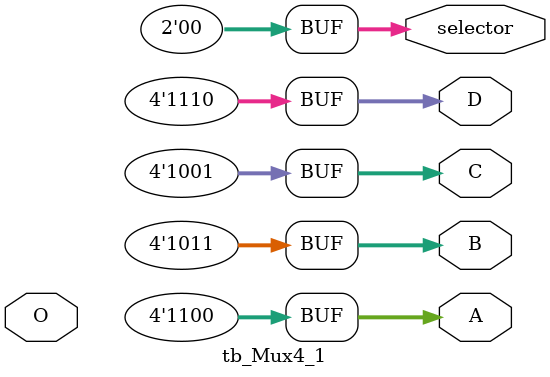
<source format=v>
/*Multiplexor 4 a 1 con selector*/
module Mux4_1(A,B,C,D,selector,O);
	input wire[1:0]selector;
	input wire[3:0]A, B, C, D;
	output reg[3:0]O;

	always@(selector or A or B or C or D)begin
		case (selector)
			2'b00: O = A;
			2'b01: O = B;
		    2'b10: O = C;
		    2'b11: O = D;
		    
		    default: O = 0;
		endcase
	end
endmodule

module tb_Mux4_1(selector,A,B,C,D,O);
	output reg[1:0]selector;
	output reg[3:0]A, B, C, D;
	input wire[3:0]O;

	/*Instancias*/
	Mux4_1 instancia(
		.selector(selector),
		.A(A),
		.B(B),
		.C(C),
		.D(D),
		.O(O)
	);

	initial begin
		selector = 2'b0;
		A = 4'b0;
		B = 4'b0;
		C = 4'b0;
		D = 4'b0;
		#10;
		$monitor("Selector[%d]|A[%d]B[%d]C[%d]D[%d]|Salida[%d]",selector,A,B,C,D,O);
		#10;
		A = 4'b1100;
		B = 4'b1011;
		C = 4'b1001;
		D = 4'b1110;
		#10;
		$monitor("Selector[%d]|A[%d]B[%d]C[%d]D[%d]|Salida[%d]",selector,A,B,C,D,O);
		#10;
		
		repeat(8)begin
			selector = selector + 1;
			#10;
			$monitor("Selector[%d]|A[%d]B[%d]C[%d]D[%d]|Salida[%d]",selector,A,B,C,D,O);
			#10;
		end
		
	end

	
endmodule
</source>
